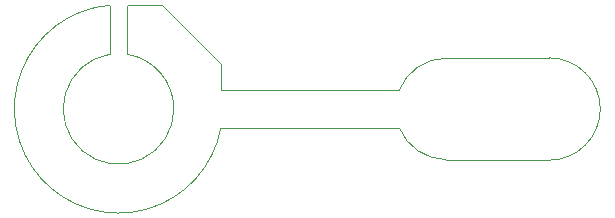
<source format=gbr>
G04*
G04 #@! TF.GenerationSoftware,Altium Limited,Altium Designer,22.4.2 (48)*
G04*
G04 Layer_Color=0*
%FSLAX25Y25*%
%MOIN*%
G70*
G04*
G04 #@! TF.SameCoordinates,138DA43A-A325-4B2A-8FC9-503C28EEF8EC*
G04*
G04*
G04 #@! TF.FilePolarity,Positive*
G04*
G01*
G75*
%ADD21C,0.00100*%
D21*
X331955Y289211D02*
G02*
X347449Y271000I-2955J-18211D01*
G01*
D02*
G02*
X326045Y289211I-18449J0D01*
G01*
X326249Y289518D01*
Y305318D01*
X325976Y305568D01*
D02*
G03*
X363095Y264549I3024J-34568D01*
G01*
X422604Y264679D01*
X422620Y264680D01*
D02*
G03*
X438060Y254136I15680J6386D01*
G01*
X438300Y253960D01*
X472395D01*
X472524Y253924D01*
D02*
G03*
X489587Y270987I0J17063D01*
G01*
D02*
G03*
X472510Y288049I-17063J0D01*
G01*
X438300D01*
X438086Y287929D01*
D02*
G03*
X422639Y277432I214J-16929D01*
G01*
X422542Y277451D01*
X363169D01*
X363128Y277493D01*
Y285842D01*
X363054Y286019D01*
X343578Y305496D01*
X343400Y305569D01*
X332002D01*
X331751Y305318D01*
X331955Y289211D01*
M02*

</source>
